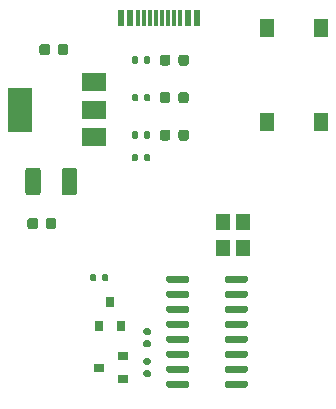
<source format=gtp>
G04 #@! TF.GenerationSoftware,KiCad,Pcbnew,5.1.10-88a1d61d58~88~ubuntu20.04.1*
G04 #@! TF.CreationDate,2021-05-29T18:13:10+02:00*
G04 #@! TF.ProjectId,wt32-eth01-programmer,77743332-2d65-4746-9830-312d70726f67,rev?*
G04 #@! TF.SameCoordinates,Original*
G04 #@! TF.FileFunction,Paste,Top*
G04 #@! TF.FilePolarity,Positive*
%FSLAX46Y46*%
G04 Gerber Fmt 4.6, Leading zero omitted, Abs format (unit mm)*
G04 Created by KiCad (PCBNEW 5.1.10-88a1d61d58~88~ubuntu20.04.1) date 2021-05-29 18:13:10*
%MOMM*%
%LPD*%
G01*
G04 APERTURE LIST*
%ADD10R,1.300000X1.550000*%
%ADD11R,1.200000X1.400000*%
%ADD12R,2.000000X1.500000*%
%ADD13R,2.000000X3.800000*%
%ADD14R,0.800000X0.900000*%
%ADD15R,0.900000X0.800000*%
%ADD16R,0.600000X1.450000*%
%ADD17R,0.300000X1.450000*%
G04 APERTURE END LIST*
D10*
X75220000Y-60490000D03*
X79720000Y-60490000D03*
X79720000Y-52540000D03*
X75220000Y-52540000D03*
D11*
X71452000Y-71120000D03*
X71452000Y-68920000D03*
X73152000Y-68920000D03*
X73152000Y-71120000D03*
G36*
G01*
X68604000Y-82527000D02*
X68604000Y-82827000D01*
G75*
G02*
X68454000Y-82977000I-150000J0D01*
G01*
X66804000Y-82977000D01*
G75*
G02*
X66654000Y-82827000I0J150000D01*
G01*
X66654000Y-82527000D01*
G75*
G02*
X66804000Y-82377000I150000J0D01*
G01*
X68454000Y-82377000D01*
G75*
G02*
X68604000Y-82527000I0J-150000D01*
G01*
G37*
G36*
G01*
X68604000Y-81257000D02*
X68604000Y-81557000D01*
G75*
G02*
X68454000Y-81707000I-150000J0D01*
G01*
X66804000Y-81707000D01*
G75*
G02*
X66654000Y-81557000I0J150000D01*
G01*
X66654000Y-81257000D01*
G75*
G02*
X66804000Y-81107000I150000J0D01*
G01*
X68454000Y-81107000D01*
G75*
G02*
X68604000Y-81257000I0J-150000D01*
G01*
G37*
G36*
G01*
X68604000Y-79987000D02*
X68604000Y-80287000D01*
G75*
G02*
X68454000Y-80437000I-150000J0D01*
G01*
X66804000Y-80437000D01*
G75*
G02*
X66654000Y-80287000I0J150000D01*
G01*
X66654000Y-79987000D01*
G75*
G02*
X66804000Y-79837000I150000J0D01*
G01*
X68454000Y-79837000D01*
G75*
G02*
X68604000Y-79987000I0J-150000D01*
G01*
G37*
G36*
G01*
X68604000Y-78717000D02*
X68604000Y-79017000D01*
G75*
G02*
X68454000Y-79167000I-150000J0D01*
G01*
X66804000Y-79167000D01*
G75*
G02*
X66654000Y-79017000I0J150000D01*
G01*
X66654000Y-78717000D01*
G75*
G02*
X66804000Y-78567000I150000J0D01*
G01*
X68454000Y-78567000D01*
G75*
G02*
X68604000Y-78717000I0J-150000D01*
G01*
G37*
G36*
G01*
X68604000Y-77447000D02*
X68604000Y-77747000D01*
G75*
G02*
X68454000Y-77897000I-150000J0D01*
G01*
X66804000Y-77897000D01*
G75*
G02*
X66654000Y-77747000I0J150000D01*
G01*
X66654000Y-77447000D01*
G75*
G02*
X66804000Y-77297000I150000J0D01*
G01*
X68454000Y-77297000D01*
G75*
G02*
X68604000Y-77447000I0J-150000D01*
G01*
G37*
G36*
G01*
X68604000Y-76177000D02*
X68604000Y-76477000D01*
G75*
G02*
X68454000Y-76627000I-150000J0D01*
G01*
X66804000Y-76627000D01*
G75*
G02*
X66654000Y-76477000I0J150000D01*
G01*
X66654000Y-76177000D01*
G75*
G02*
X66804000Y-76027000I150000J0D01*
G01*
X68454000Y-76027000D01*
G75*
G02*
X68604000Y-76177000I0J-150000D01*
G01*
G37*
G36*
G01*
X68604000Y-74907000D02*
X68604000Y-75207000D01*
G75*
G02*
X68454000Y-75357000I-150000J0D01*
G01*
X66804000Y-75357000D01*
G75*
G02*
X66654000Y-75207000I0J150000D01*
G01*
X66654000Y-74907000D01*
G75*
G02*
X66804000Y-74757000I150000J0D01*
G01*
X68454000Y-74757000D01*
G75*
G02*
X68604000Y-74907000I0J-150000D01*
G01*
G37*
G36*
G01*
X68604000Y-73637000D02*
X68604000Y-73937000D01*
G75*
G02*
X68454000Y-74087000I-150000J0D01*
G01*
X66804000Y-74087000D01*
G75*
G02*
X66654000Y-73937000I0J150000D01*
G01*
X66654000Y-73637000D01*
G75*
G02*
X66804000Y-73487000I150000J0D01*
G01*
X68454000Y-73487000D01*
G75*
G02*
X68604000Y-73637000I0J-150000D01*
G01*
G37*
G36*
G01*
X73554000Y-73637000D02*
X73554000Y-73937000D01*
G75*
G02*
X73404000Y-74087000I-150000J0D01*
G01*
X71754000Y-74087000D01*
G75*
G02*
X71604000Y-73937000I0J150000D01*
G01*
X71604000Y-73637000D01*
G75*
G02*
X71754000Y-73487000I150000J0D01*
G01*
X73404000Y-73487000D01*
G75*
G02*
X73554000Y-73637000I0J-150000D01*
G01*
G37*
G36*
G01*
X73554000Y-74907000D02*
X73554000Y-75207000D01*
G75*
G02*
X73404000Y-75357000I-150000J0D01*
G01*
X71754000Y-75357000D01*
G75*
G02*
X71604000Y-75207000I0J150000D01*
G01*
X71604000Y-74907000D01*
G75*
G02*
X71754000Y-74757000I150000J0D01*
G01*
X73404000Y-74757000D01*
G75*
G02*
X73554000Y-74907000I0J-150000D01*
G01*
G37*
G36*
G01*
X73554000Y-76177000D02*
X73554000Y-76477000D01*
G75*
G02*
X73404000Y-76627000I-150000J0D01*
G01*
X71754000Y-76627000D01*
G75*
G02*
X71604000Y-76477000I0J150000D01*
G01*
X71604000Y-76177000D01*
G75*
G02*
X71754000Y-76027000I150000J0D01*
G01*
X73404000Y-76027000D01*
G75*
G02*
X73554000Y-76177000I0J-150000D01*
G01*
G37*
G36*
G01*
X73554000Y-77447000D02*
X73554000Y-77747000D01*
G75*
G02*
X73404000Y-77897000I-150000J0D01*
G01*
X71754000Y-77897000D01*
G75*
G02*
X71604000Y-77747000I0J150000D01*
G01*
X71604000Y-77447000D01*
G75*
G02*
X71754000Y-77297000I150000J0D01*
G01*
X73404000Y-77297000D01*
G75*
G02*
X73554000Y-77447000I0J-150000D01*
G01*
G37*
G36*
G01*
X73554000Y-78717000D02*
X73554000Y-79017000D01*
G75*
G02*
X73404000Y-79167000I-150000J0D01*
G01*
X71754000Y-79167000D01*
G75*
G02*
X71604000Y-79017000I0J150000D01*
G01*
X71604000Y-78717000D01*
G75*
G02*
X71754000Y-78567000I150000J0D01*
G01*
X73404000Y-78567000D01*
G75*
G02*
X73554000Y-78717000I0J-150000D01*
G01*
G37*
G36*
G01*
X73554000Y-79987000D02*
X73554000Y-80287000D01*
G75*
G02*
X73404000Y-80437000I-150000J0D01*
G01*
X71754000Y-80437000D01*
G75*
G02*
X71604000Y-80287000I0J150000D01*
G01*
X71604000Y-79987000D01*
G75*
G02*
X71754000Y-79837000I150000J0D01*
G01*
X73404000Y-79837000D01*
G75*
G02*
X73554000Y-79987000I0J-150000D01*
G01*
G37*
G36*
G01*
X73554000Y-81257000D02*
X73554000Y-81557000D01*
G75*
G02*
X73404000Y-81707000I-150000J0D01*
G01*
X71754000Y-81707000D01*
G75*
G02*
X71604000Y-81557000I0J150000D01*
G01*
X71604000Y-81257000D01*
G75*
G02*
X71754000Y-81107000I150000J0D01*
G01*
X73404000Y-81107000D01*
G75*
G02*
X73554000Y-81257000I0J-150000D01*
G01*
G37*
G36*
G01*
X73554000Y-82527000D02*
X73554000Y-82827000D01*
G75*
G02*
X73404000Y-82977000I-150000J0D01*
G01*
X71754000Y-82977000D01*
G75*
G02*
X71604000Y-82827000I0J150000D01*
G01*
X71604000Y-82527000D01*
G75*
G02*
X71754000Y-82377000I150000J0D01*
G01*
X73404000Y-82377000D01*
G75*
G02*
X73554000Y-82527000I0J-150000D01*
G01*
G37*
D12*
X60554000Y-61736000D03*
X60554000Y-57136000D03*
X60554000Y-59436000D03*
D13*
X54254000Y-59436000D03*
G36*
G01*
X64839000Y-78982000D02*
X65209000Y-78982000D01*
G75*
G02*
X65344000Y-79117000I0J-135000D01*
G01*
X65344000Y-79387000D01*
G75*
G02*
X65209000Y-79522000I-135000J0D01*
G01*
X64839000Y-79522000D01*
G75*
G02*
X64704000Y-79387000I0J135000D01*
G01*
X64704000Y-79117000D01*
G75*
G02*
X64839000Y-78982000I135000J0D01*
G01*
G37*
G36*
G01*
X64839000Y-77962000D02*
X65209000Y-77962000D01*
G75*
G02*
X65344000Y-78097000I0J-135000D01*
G01*
X65344000Y-78367000D01*
G75*
G02*
X65209000Y-78502000I-135000J0D01*
G01*
X64839000Y-78502000D01*
G75*
G02*
X64704000Y-78367000I0J135000D01*
G01*
X64704000Y-78097000D01*
G75*
G02*
X64839000Y-77962000I135000J0D01*
G01*
G37*
G36*
G01*
X65209000Y-81038000D02*
X64839000Y-81038000D01*
G75*
G02*
X64704000Y-80903000I0J135000D01*
G01*
X64704000Y-80633000D01*
G75*
G02*
X64839000Y-80498000I135000J0D01*
G01*
X65209000Y-80498000D01*
G75*
G02*
X65344000Y-80633000I0J-135000D01*
G01*
X65344000Y-80903000D01*
G75*
G02*
X65209000Y-81038000I-135000J0D01*
G01*
G37*
G36*
G01*
X65209000Y-82058000D02*
X64839000Y-82058000D01*
G75*
G02*
X64704000Y-81923000I0J135000D01*
G01*
X64704000Y-81653000D01*
G75*
G02*
X64839000Y-81518000I135000J0D01*
G01*
X65209000Y-81518000D01*
G75*
G02*
X65344000Y-81653000I0J-135000D01*
G01*
X65344000Y-81923000D01*
G75*
G02*
X65209000Y-82058000I-135000J0D01*
G01*
G37*
G36*
G01*
X64274000Y-63315000D02*
X64274000Y-63685000D01*
G75*
G02*
X64139000Y-63820000I-135000J0D01*
G01*
X63869000Y-63820000D01*
G75*
G02*
X63734000Y-63685000I0J135000D01*
G01*
X63734000Y-63315000D01*
G75*
G02*
X63869000Y-63180000I135000J0D01*
G01*
X64139000Y-63180000D01*
G75*
G02*
X64274000Y-63315000I0J-135000D01*
G01*
G37*
G36*
G01*
X65294000Y-63315000D02*
X65294000Y-63685000D01*
G75*
G02*
X65159000Y-63820000I-135000J0D01*
G01*
X64889000Y-63820000D01*
G75*
G02*
X64754000Y-63685000I0J135000D01*
G01*
X64754000Y-63315000D01*
G75*
G02*
X64889000Y-63180000I135000J0D01*
G01*
X65159000Y-63180000D01*
G75*
G02*
X65294000Y-63315000I0J-135000D01*
G01*
G37*
G36*
G01*
X60722000Y-73475000D02*
X60722000Y-73845000D01*
G75*
G02*
X60587000Y-73980000I-135000J0D01*
G01*
X60317000Y-73980000D01*
G75*
G02*
X60182000Y-73845000I0J135000D01*
G01*
X60182000Y-73475000D01*
G75*
G02*
X60317000Y-73340000I135000J0D01*
G01*
X60587000Y-73340000D01*
G75*
G02*
X60722000Y-73475000I0J-135000D01*
G01*
G37*
G36*
G01*
X61742000Y-73475000D02*
X61742000Y-73845000D01*
G75*
G02*
X61607000Y-73980000I-135000J0D01*
G01*
X61337000Y-73980000D01*
G75*
G02*
X61202000Y-73845000I0J135000D01*
G01*
X61202000Y-73475000D01*
G75*
G02*
X61337000Y-73340000I135000J0D01*
G01*
X61607000Y-73340000D01*
G75*
G02*
X61742000Y-73475000I0J-135000D01*
G01*
G37*
G36*
G01*
X64758000Y-61780000D02*
X64758000Y-61410000D01*
G75*
G02*
X64893000Y-61275000I135000J0D01*
G01*
X65163000Y-61275000D01*
G75*
G02*
X65298000Y-61410000I0J-135000D01*
G01*
X65298000Y-61780000D01*
G75*
G02*
X65163000Y-61915000I-135000J0D01*
G01*
X64893000Y-61915000D01*
G75*
G02*
X64758000Y-61780000I0J135000D01*
G01*
G37*
G36*
G01*
X63738000Y-61780000D02*
X63738000Y-61410000D01*
G75*
G02*
X63873000Y-61275000I135000J0D01*
G01*
X64143000Y-61275000D01*
G75*
G02*
X64278000Y-61410000I0J-135000D01*
G01*
X64278000Y-61780000D01*
G75*
G02*
X64143000Y-61915000I-135000J0D01*
G01*
X63873000Y-61915000D01*
G75*
G02*
X63738000Y-61780000I0J135000D01*
G01*
G37*
G36*
G01*
X64758000Y-58605000D02*
X64758000Y-58235000D01*
G75*
G02*
X64893000Y-58100000I135000J0D01*
G01*
X65163000Y-58100000D01*
G75*
G02*
X65298000Y-58235000I0J-135000D01*
G01*
X65298000Y-58605000D01*
G75*
G02*
X65163000Y-58740000I-135000J0D01*
G01*
X64893000Y-58740000D01*
G75*
G02*
X64758000Y-58605000I0J135000D01*
G01*
G37*
G36*
G01*
X63738000Y-58605000D02*
X63738000Y-58235000D01*
G75*
G02*
X63873000Y-58100000I135000J0D01*
G01*
X64143000Y-58100000D01*
G75*
G02*
X64278000Y-58235000I0J-135000D01*
G01*
X64278000Y-58605000D01*
G75*
G02*
X64143000Y-58740000I-135000J0D01*
G01*
X63873000Y-58740000D01*
G75*
G02*
X63738000Y-58605000I0J135000D01*
G01*
G37*
G36*
G01*
X64758000Y-55430000D02*
X64758000Y-55060000D01*
G75*
G02*
X64893000Y-54925000I135000J0D01*
G01*
X65163000Y-54925000D01*
G75*
G02*
X65298000Y-55060000I0J-135000D01*
G01*
X65298000Y-55430000D01*
G75*
G02*
X65163000Y-55565000I-135000J0D01*
G01*
X64893000Y-55565000D01*
G75*
G02*
X64758000Y-55430000I0J135000D01*
G01*
G37*
G36*
G01*
X63738000Y-55430000D02*
X63738000Y-55060000D01*
G75*
G02*
X63873000Y-54925000I135000J0D01*
G01*
X64143000Y-54925000D01*
G75*
G02*
X64278000Y-55060000I0J-135000D01*
G01*
X64278000Y-55430000D01*
G75*
G02*
X64143000Y-55565000I-135000J0D01*
G01*
X63873000Y-55565000D01*
G75*
G02*
X63738000Y-55430000I0J135000D01*
G01*
G37*
D14*
X61910000Y-75724000D03*
X62860000Y-77724000D03*
X60960000Y-77724000D03*
D15*
X60992000Y-81280000D03*
X62992000Y-80330000D03*
X62992000Y-82230000D03*
D16*
X62790000Y-51670000D03*
X63590000Y-51670000D03*
X68490000Y-51670000D03*
X69290000Y-51670000D03*
X69290000Y-51670000D03*
X68490000Y-51670000D03*
X63590000Y-51670000D03*
X62790000Y-51670000D03*
D17*
X67790000Y-51670000D03*
X67290000Y-51670000D03*
X66790000Y-51670000D03*
X65790000Y-51670000D03*
X65290000Y-51670000D03*
X64790000Y-51670000D03*
X64290000Y-51670000D03*
X66290000Y-51670000D03*
G36*
G01*
X66985500Y-61338750D02*
X66985500Y-61851250D01*
G75*
G02*
X66766750Y-62070000I-218750J0D01*
G01*
X66329250Y-62070000D01*
G75*
G02*
X66110500Y-61851250I0J218750D01*
G01*
X66110500Y-61338750D01*
G75*
G02*
X66329250Y-61120000I218750J0D01*
G01*
X66766750Y-61120000D01*
G75*
G02*
X66985500Y-61338750I0J-218750D01*
G01*
G37*
G36*
G01*
X68560500Y-61338750D02*
X68560500Y-61851250D01*
G75*
G02*
X68341750Y-62070000I-218750J0D01*
G01*
X67904250Y-62070000D01*
G75*
G02*
X67685500Y-61851250I0J218750D01*
G01*
X67685500Y-61338750D01*
G75*
G02*
X67904250Y-61120000I218750J0D01*
G01*
X68341750Y-61120000D01*
G75*
G02*
X68560500Y-61338750I0J-218750D01*
G01*
G37*
G36*
G01*
X66985500Y-58163750D02*
X66985500Y-58676250D01*
G75*
G02*
X66766750Y-58895000I-218750J0D01*
G01*
X66329250Y-58895000D01*
G75*
G02*
X66110500Y-58676250I0J218750D01*
G01*
X66110500Y-58163750D01*
G75*
G02*
X66329250Y-57945000I218750J0D01*
G01*
X66766750Y-57945000D01*
G75*
G02*
X66985500Y-58163750I0J-218750D01*
G01*
G37*
G36*
G01*
X68560500Y-58163750D02*
X68560500Y-58676250D01*
G75*
G02*
X68341750Y-58895000I-218750J0D01*
G01*
X67904250Y-58895000D01*
G75*
G02*
X67685500Y-58676250I0J218750D01*
G01*
X67685500Y-58163750D01*
G75*
G02*
X67904250Y-57945000I218750J0D01*
G01*
X68341750Y-57945000D01*
G75*
G02*
X68560500Y-58163750I0J-218750D01*
G01*
G37*
G36*
G01*
X66985500Y-54988750D02*
X66985500Y-55501250D01*
G75*
G02*
X66766750Y-55720000I-218750J0D01*
G01*
X66329250Y-55720000D01*
G75*
G02*
X66110500Y-55501250I0J218750D01*
G01*
X66110500Y-54988750D01*
G75*
G02*
X66329250Y-54770000I218750J0D01*
G01*
X66766750Y-54770000D01*
G75*
G02*
X66985500Y-54988750I0J-218750D01*
G01*
G37*
G36*
G01*
X68560500Y-54988750D02*
X68560500Y-55501250D01*
G75*
G02*
X68341750Y-55720000I-218750J0D01*
G01*
X67904250Y-55720000D01*
G75*
G02*
X67685500Y-55501250I0J218750D01*
G01*
X67685500Y-54988750D01*
G75*
G02*
X67904250Y-54770000I218750J0D01*
G01*
X68341750Y-54770000D01*
G75*
G02*
X68560500Y-54988750I0J-218750D01*
G01*
G37*
G36*
G01*
X56446000Y-69338000D02*
X56446000Y-68838000D01*
G75*
G02*
X56671000Y-68613000I225000J0D01*
G01*
X57121000Y-68613000D01*
G75*
G02*
X57346000Y-68838000I0J-225000D01*
G01*
X57346000Y-69338000D01*
G75*
G02*
X57121000Y-69563000I-225000J0D01*
G01*
X56671000Y-69563000D01*
G75*
G02*
X56446000Y-69338000I0J225000D01*
G01*
G37*
G36*
G01*
X54896000Y-69338000D02*
X54896000Y-68838000D01*
G75*
G02*
X55121000Y-68613000I225000J0D01*
G01*
X55571000Y-68613000D01*
G75*
G02*
X55796000Y-68838000I0J-225000D01*
G01*
X55796000Y-69338000D01*
G75*
G02*
X55571000Y-69563000I-225000J0D01*
G01*
X55121000Y-69563000D01*
G75*
G02*
X54896000Y-69338000I0J225000D01*
G01*
G37*
G36*
G01*
X57784500Y-66457003D02*
X57784500Y-64606997D01*
G75*
G02*
X58034497Y-64357000I249997J0D01*
G01*
X58859503Y-64357000D01*
G75*
G02*
X59109500Y-64606997I0J-249997D01*
G01*
X59109500Y-66457003D01*
G75*
G02*
X58859503Y-66707000I-249997J0D01*
G01*
X58034497Y-66707000D01*
G75*
G02*
X57784500Y-66457003I0J249997D01*
G01*
G37*
G36*
G01*
X54709500Y-66457003D02*
X54709500Y-64606997D01*
G75*
G02*
X54959497Y-64357000I249997J0D01*
G01*
X55784503Y-64357000D01*
G75*
G02*
X56034500Y-64606997I0J-249997D01*
G01*
X56034500Y-66457003D01*
G75*
G02*
X55784503Y-66707000I-249997J0D01*
G01*
X54959497Y-66707000D01*
G75*
G02*
X54709500Y-66457003I0J249997D01*
G01*
G37*
G36*
G01*
X56812000Y-54106000D02*
X56812000Y-54606000D01*
G75*
G02*
X56587000Y-54831000I-225000J0D01*
G01*
X56137000Y-54831000D01*
G75*
G02*
X55912000Y-54606000I0J225000D01*
G01*
X55912000Y-54106000D01*
G75*
G02*
X56137000Y-53881000I225000J0D01*
G01*
X56587000Y-53881000D01*
G75*
G02*
X56812000Y-54106000I0J-225000D01*
G01*
G37*
G36*
G01*
X58362000Y-54106000D02*
X58362000Y-54606000D01*
G75*
G02*
X58137000Y-54831000I-225000J0D01*
G01*
X57687000Y-54831000D01*
G75*
G02*
X57462000Y-54606000I0J225000D01*
G01*
X57462000Y-54106000D01*
G75*
G02*
X57687000Y-53881000I225000J0D01*
G01*
X58137000Y-53881000D01*
G75*
G02*
X58362000Y-54106000I0J-225000D01*
G01*
G37*
M02*

</source>
